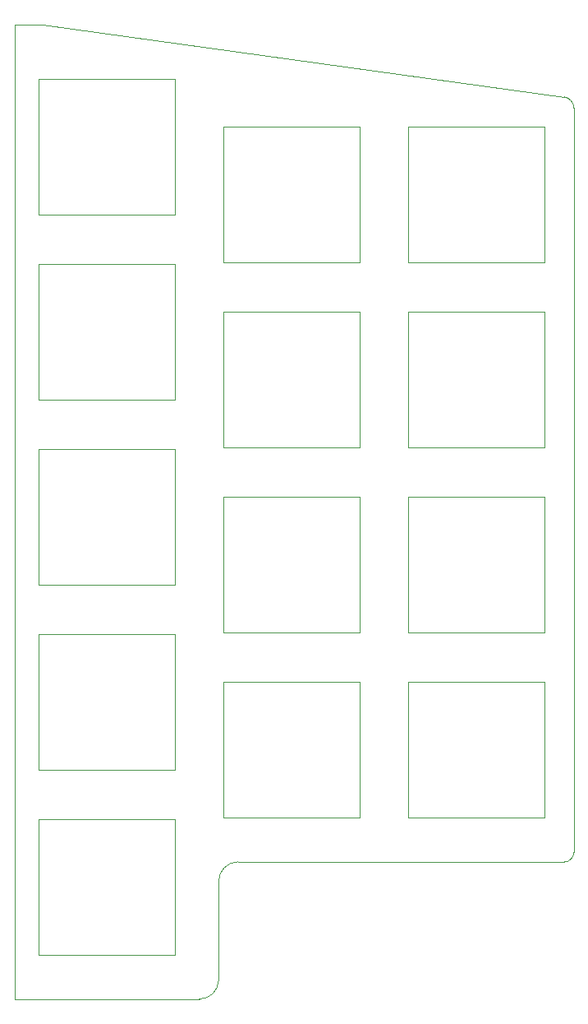
<source format=gbr>
%TF.GenerationSoftware,KiCad,Pcbnew,(7.0.0-0)*%
%TF.CreationDate,2023-04-09T15:37:51-07:00*%
%TF.ProjectId,sofle_click_keyplate_B,736f666c-655f-4636-9c69-636b5f6b6579,rev?*%
%TF.SameCoordinates,Original*%
%TF.FileFunction,Profile,NP*%
%FSLAX46Y46*%
G04 Gerber Fmt 4.6, Leading zero omitted, Abs format (unit mm)*
G04 Created by KiCad (PCBNEW (7.0.0-0)) date 2023-04-09 15:37:51*
%MOMM*%
%LPD*%
G01*
G04 APERTURE LIST*
%TA.AperFunction,Profile*%
%ADD10C,0.100000*%
%TD*%
%TA.AperFunction,Profile*%
%ADD11C,0.120000*%
%TD*%
G04 APERTURE END LIST*
D10*
X163994214Y-137744214D02*
X183044214Y-137749214D01*
X185044214Y-135749214D02*
X185054189Y-125599214D01*
X163994214Y-37474214D02*
X166869214Y-37474214D01*
X163994214Y-137744214D02*
X163994214Y-37474214D01*
X187019214Y-123624214D02*
X220669213Y-123624214D01*
X166869214Y-37474214D02*
X220700524Y-44874885D01*
X221669179Y-46024216D02*
X221669213Y-122624214D01*
X183044214Y-137749214D02*
G75*
G03*
X185044214Y-135749214I-14J2000014D01*
G01*
X221669177Y-46024216D02*
G75*
G03*
X220700529Y-44874863I-1213177J-39584D01*
G01*
X187019214Y-123624214D02*
G75*
G03*
X185054189Y-125599214I9986J-1974986D01*
G01*
X220669213Y-123624213D02*
G75*
G03*
X221669213Y-122624214I-13J1000013D01*
G01*
D11*
%TO.C,SW6*%
X218619214Y-61924214D02*
X204619214Y-61924214D01*
X204619214Y-61924214D02*
X204619214Y-47924214D01*
X204619214Y-47924214D02*
X218619214Y-47924214D01*
X218619214Y-47924214D02*
X218619214Y-61924214D01*
%TO.C,SW10*%
X180519214Y-76074214D02*
X166519214Y-76074214D01*
X166519214Y-76074214D02*
X166519214Y-62074214D01*
X166519214Y-62074214D02*
X180519214Y-62074214D01*
X180519214Y-62074214D02*
X180519214Y-76074214D01*
%TO.C,SW23*%
X199569214Y-119074214D02*
X185569214Y-119074214D01*
X185569214Y-119074214D02*
X185569214Y-105074214D01*
X185569214Y-105074214D02*
X199569214Y-105074214D01*
X199569214Y-105074214D02*
X199569214Y-119074214D01*
%TO.C,SW24*%
X218619214Y-119074214D02*
X204619214Y-119074214D01*
X204619214Y-119074214D02*
X204619214Y-105074214D01*
X204619214Y-105074214D02*
X218619214Y-105074214D01*
X218619214Y-105074214D02*
X218619214Y-119074214D01*
%TO.C,SW12*%
X218619214Y-80974214D02*
X204619214Y-80974214D01*
X204619214Y-80974214D02*
X204619214Y-66974214D01*
X204619214Y-66974214D02*
X218619214Y-66974214D01*
X218619214Y-66974214D02*
X218619214Y-80974214D01*
%TO.C,SW18*%
X218619214Y-100024214D02*
X204619214Y-100024214D01*
X204619214Y-100024214D02*
X204619214Y-86024214D01*
X204619214Y-86024214D02*
X218619214Y-86024214D01*
X218619214Y-86024214D02*
X218619214Y-100024214D01*
%TO.C,SW30*%
X180519214Y-133224214D02*
X166519214Y-133224214D01*
X166519214Y-133224214D02*
X166519214Y-119224214D01*
X166519214Y-119224214D02*
X180519214Y-119224214D01*
X180519214Y-119224214D02*
X180519214Y-133224214D01*
%TO.C,SW11*%
X199569214Y-80974214D02*
X185569214Y-80974214D01*
X185569214Y-80974214D02*
X185569214Y-66974214D01*
X185569214Y-66974214D02*
X199569214Y-66974214D01*
X199569214Y-66974214D02*
X199569214Y-80974214D01*
%TO.C,SW22*%
X180519214Y-114174214D02*
X166519214Y-114174214D01*
X166519214Y-114174214D02*
X166519214Y-100174214D01*
X166519214Y-100174214D02*
X180519214Y-100174214D01*
X180519214Y-100174214D02*
X180519214Y-114174214D01*
%TO.C,SW17*%
X199569214Y-100024214D02*
X185569214Y-100024214D01*
X185569214Y-100024214D02*
X185569214Y-86024214D01*
X185569214Y-86024214D02*
X199569214Y-86024214D01*
X199569214Y-86024214D02*
X199569214Y-100024214D01*
%TO.C,SW4*%
X180519214Y-57024214D02*
X166519214Y-57024214D01*
X166519214Y-57024214D02*
X166519214Y-43024214D01*
X166519214Y-43024214D02*
X180519214Y-43024214D01*
X180519214Y-43024214D02*
X180519214Y-57024214D01*
%TO.C,SW16*%
X180519214Y-95124214D02*
X166519214Y-95124214D01*
X166519214Y-95124214D02*
X166519214Y-81124214D01*
X166519214Y-81124214D02*
X180519214Y-81124214D01*
X180519214Y-81124214D02*
X180519214Y-95124214D01*
%TO.C,SW5*%
X199569214Y-61924214D02*
X185569214Y-61924214D01*
X185569214Y-61924214D02*
X185569214Y-47924214D01*
X185569214Y-47924214D02*
X199569214Y-47924214D01*
X199569214Y-47924214D02*
X199569214Y-61924214D01*
%TD*%
M02*

</source>
